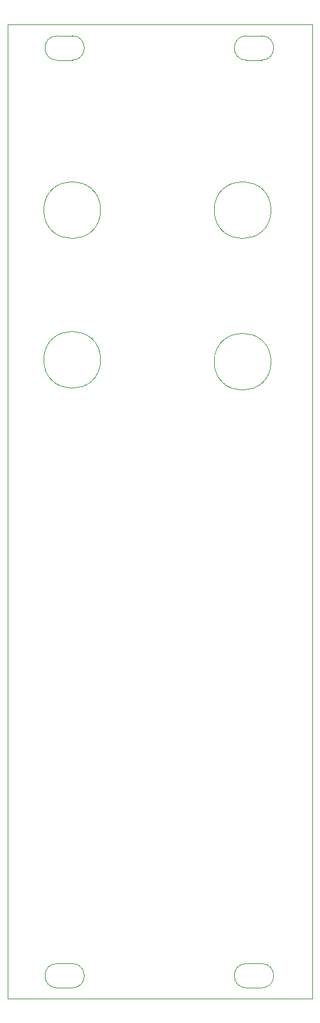
<source format=gbr>
G04 #@! TF.GenerationSoftware,KiCad,Pcbnew,(5.1.5-0)*
G04 #@! TF.CreationDate,2021-01-12T22:30:33-08:00*
G04 #@! TF.ProjectId,helveticascenario,68656c76-6574-4696-9361-7363656e6172,rev?*
G04 #@! TF.SameCoordinates,Original*
G04 #@! TF.FileFunction,Profile,NP*
%FSLAX46Y46*%
G04 Gerber Fmt 4.6, Leading zero omitted, Abs format (unit mm)*
G04 Created by KiCad (PCBNEW (5.1.5-0)) date 2021-01-12 22:30:33*
%MOMM*%
%LPD*%
G04 APERTURE LIST*
%ADD10C,0.050000*%
G04 APERTURE END LIST*
D10*
X34750000Y-294500000D02*
G75*
G03X34750000Y-294500000I-3750000J0D01*
G01*
X12250000Y-294250000D02*
G75*
G03X12250000Y-294250000I-3750000J0D01*
G01*
X34750000Y-274500000D02*
G75*
G03X34750000Y-274500000I-3750000J0D01*
G01*
X12250000Y-274500000D02*
G75*
G03X12250000Y-274500000I-3750000J0D01*
G01*
X8500000Y-373900000D02*
X6500000Y-373900000D01*
X6500000Y-377100000D02*
G75*
G02X6500000Y-373900000I0J1600000D01*
G01*
X8500000Y-377100000D02*
X6500000Y-377100000D01*
X8500000Y-373900000D02*
G75*
G02X8500000Y-377100000I0J-1600000D01*
G01*
X33500000Y-373900000D02*
X31500000Y-373900000D01*
X33500000Y-377100000D02*
X31500000Y-377100000D01*
X33500000Y-373900000D02*
G75*
G02X33500000Y-377100000I0J-1600000D01*
G01*
X31500000Y-377100000D02*
G75*
G02X31500000Y-373900000I0J1600000D01*
G01*
X33500000Y-251500000D02*
X31500000Y-251500000D01*
X31500000Y-254700000D02*
G75*
G02X31500000Y-251500000I0J1600000D01*
G01*
X33500000Y-254700000D02*
X31500000Y-254700000D01*
X33500000Y-251500000D02*
G75*
G02X33500000Y-254700000I0J-1600000D01*
G01*
X6500000Y-254700000D02*
G75*
G02X6500000Y-251500000I0J1600000D01*
G01*
X8500000Y-251500000D02*
X6500000Y-251500000D01*
X8500000Y-251500000D02*
G75*
G02X8500000Y-254700000I0J-1600000D01*
G01*
X8500000Y-254700000D02*
X6500000Y-254700000D01*
X0Y-378500000D02*
X0Y-250000000D01*
X40200000Y-378500000D02*
X0Y-378500000D01*
X40200000Y-250000000D02*
X40200000Y-378500000D01*
X0Y-250000000D02*
X40200000Y-250000000D01*
M02*

</source>
